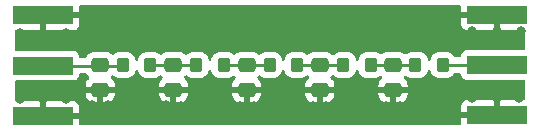
<source format=gbr>
%TF.GenerationSoftware,KiCad,Pcbnew,(6.0.10)*%
%TF.CreationDate,2023-05-07T22:18:59+03:00*%
%TF.ProjectId,Filter,46696c74-6572-42e6-9b69-6361645f7063,rev?*%
%TF.SameCoordinates,Original*%
%TF.FileFunction,Copper,L1,Top*%
%TF.FilePolarity,Positive*%
%FSLAX46Y46*%
G04 Gerber Fmt 4.6, Leading zero omitted, Abs format (unit mm)*
G04 Created by KiCad (PCBNEW (6.0.10)) date 2023-05-07 22:18:59*
%MOMM*%
%LPD*%
G01*
G04 APERTURE LIST*
G04 Aperture macros list*
%AMRoundRect*
0 Rectangle with rounded corners*
0 $1 Rounding radius*
0 $2 $3 $4 $5 $6 $7 $8 $9 X,Y pos of 4 corners*
0 Add a 4 corners polygon primitive as box body*
4,1,4,$2,$3,$4,$5,$6,$7,$8,$9,$2,$3,0*
0 Add four circle primitives for the rounded corners*
1,1,$1+$1,$2,$3*
1,1,$1+$1,$4,$5*
1,1,$1+$1,$6,$7*
1,1,$1+$1,$8,$9*
0 Add four rect primitives between the rounded corners*
20,1,$1+$1,$2,$3,$4,$5,0*
20,1,$1+$1,$4,$5,$6,$7,0*
20,1,$1+$1,$6,$7,$8,$9,0*
20,1,$1+$1,$8,$9,$2,$3,0*%
G04 Aperture macros list end*
%TA.AperFunction,SMDPad,CuDef*%
%ADD10R,5.080000X1.500000*%
%TD*%
%TA.AperFunction,SMDPad,CuDef*%
%ADD11RoundRect,0.250000X-0.475000X0.337500X-0.475000X-0.337500X0.475000X-0.337500X0.475000X0.337500X0*%
%TD*%
%TA.AperFunction,SMDPad,CuDef*%
%ADD12RoundRect,0.250000X-0.275000X-0.350000X0.275000X-0.350000X0.275000X0.350000X-0.275000X0.350000X0*%
%TD*%
%TA.AperFunction,ViaPad*%
%ADD13C,0.800000*%
%TD*%
%TA.AperFunction,Conductor*%
%ADD14C,0.293370*%
%TD*%
G04 APERTURE END LIST*
D10*
%TO.P,J1,1,In*%
%TO.N,Net-(C1-Pad1)*%
X120600000Y-104200000D03*
%TO.P,J1,2,Ext*%
%TO.N,GND*%
X120600000Y-108450000D03*
X120600000Y-99950000D03*
%TD*%
%TO.P,J2,1,In*%
%TO.N,Net-(L5-Pad2)*%
X159050000Y-104150000D03*
%TO.P,J2,2,Ext*%
%TO.N,GND*%
X159050000Y-108400000D03*
X159050000Y-99900000D03*
%TD*%
D11*
%TO.P,C4,1*%
%TO.N,Net-(C4-Pad1)*%
X144050000Y-104150000D03*
%TO.P,C4,2*%
%TO.N,GND*%
X144050000Y-106225000D03*
%TD*%
D12*
%TO.P,L1,1,1*%
%TO.N,Net-(C1-Pad1)*%
X127400000Y-104150000D03*
%TO.P,L1,2,2*%
%TO.N,Net-(L1-Pad2)*%
X129700000Y-104150000D03*
%TD*%
%TO.P,L3,1,1*%
%TO.N,Net-(C3-Pad1)*%
X139800000Y-104150000D03*
%TO.P,L3,2,2*%
%TO.N,Net-(C4-Pad1)*%
X142100000Y-104150000D03*
%TD*%
D11*
%TO.P,C1,1*%
%TO.N,Net-(C1-Pad1)*%
X125450000Y-104150000D03*
%TO.P,C1,2*%
%TO.N,GND*%
X125450000Y-106225000D03*
%TD*%
%TO.P,C5,1*%
%TO.N,Net-(C5-Pad1)*%
X150250000Y-104150000D03*
%TO.P,C5,2*%
%TO.N,GND*%
X150250000Y-106225000D03*
%TD*%
D12*
%TO.P,L4,1,1*%
%TO.N,Net-(C4-Pad1)*%
X146050000Y-104150000D03*
%TO.P,L4,2,2*%
%TO.N,Net-(C5-Pad1)*%
X148350000Y-104150000D03*
%TD*%
%TO.P,L2,1,1*%
%TO.N,Net-(L1-Pad2)*%
X133600000Y-104150000D03*
%TO.P,L2,2,2*%
%TO.N,Net-(C3-Pad1)*%
X135900000Y-104150000D03*
%TD*%
%TO.P,L5,1,1*%
%TO.N,Net-(C5-Pad1)*%
X152150000Y-104150000D03*
%TO.P,L5,2,2*%
%TO.N,Net-(L5-Pad2)*%
X154450000Y-104150000D03*
%TD*%
D11*
%TO.P,C2,1*%
%TO.N,Net-(L1-Pad2)*%
X131650000Y-104150000D03*
%TO.P,C2,2*%
%TO.N,GND*%
X131650000Y-106225000D03*
%TD*%
%TO.P,C3,1*%
%TO.N,Net-(C3-Pad1)*%
X137850000Y-104150000D03*
%TO.P,C3,2*%
%TO.N,GND*%
X137850000Y-106225000D03*
%TD*%
D13*
%TO.N,GND*%
X143450000Y-107650000D03*
X161100000Y-101300000D03*
X131050000Y-107550000D03*
X120600000Y-101450000D03*
X122550000Y-101450000D03*
X149650000Y-107650000D03*
X156950000Y-101300000D03*
X144600000Y-107650000D03*
X118650000Y-101450000D03*
X126100000Y-107550000D03*
X160950000Y-106950000D03*
X150800000Y-107650000D03*
X118650000Y-107000000D03*
X156900000Y-106950000D03*
X159050000Y-101300000D03*
X124800000Y-107550000D03*
X132300000Y-107600000D03*
X122550000Y-107000000D03*
X137250000Y-107600000D03*
X120600000Y-107000000D03*
X138450000Y-107650000D03*
X159050000Y-106950000D03*
%TD*%
D14*
%TO.N,Net-(C1-Pad1)*%
X120600000Y-104200000D02*
X127350000Y-104200000D01*
X127350000Y-104200000D02*
X127400000Y-104150000D01*
%TO.N,Net-(L1-Pad2)*%
X129700000Y-104150000D02*
X133600000Y-104150000D01*
%TO.N,Net-(C3-Pad1)*%
X135900000Y-104150000D02*
X139800000Y-104150000D01*
%TO.N,Net-(C4-Pad1)*%
X142100000Y-104150000D02*
X146050000Y-104150000D01*
%TO.N,Net-(C5-Pad1)*%
X148350000Y-104150000D02*
X152150000Y-104150000D01*
%TO.N,Net-(L5-Pad2)*%
X154450000Y-104150000D02*
X159050000Y-104150000D01*
%TD*%
%TA.AperFunction,Conductor*%
%TO.N,GND*%
G36*
X153391845Y-104562697D02*
G01*
X153423941Y-104626025D01*
X153425383Y-104636012D01*
X153427474Y-104656166D01*
X153483450Y-104823946D01*
X153576522Y-104974348D01*
X153581704Y-104979521D01*
X153604683Y-105002460D01*
X153701697Y-105099305D01*
X153707927Y-105103145D01*
X153707928Y-105103146D01*
X153845090Y-105187694D01*
X153852262Y-105192115D01*
X153866101Y-105196705D01*
X154013611Y-105245632D01*
X154013613Y-105245632D01*
X154020139Y-105247797D01*
X154026975Y-105248497D01*
X154026978Y-105248498D01*
X154070031Y-105252909D01*
X154124600Y-105258500D01*
X154775400Y-105258500D01*
X154778646Y-105258163D01*
X154778650Y-105258163D01*
X154874308Y-105248238D01*
X154874312Y-105248237D01*
X154881166Y-105247526D01*
X154887702Y-105245345D01*
X154887704Y-105245345D01*
X155033495Y-105196705D01*
X155048946Y-105191550D01*
X155199348Y-105098478D01*
X155324305Y-104973303D01*
X155328177Y-104967021D01*
X155391022Y-104865069D01*
X155443795Y-104817575D01*
X155498282Y-104805185D01*
X155875500Y-104805185D01*
X155943621Y-104825187D01*
X155990114Y-104878843D01*
X156001500Y-104931185D01*
X156001500Y-104948134D01*
X156008255Y-105010316D01*
X156059385Y-105146705D01*
X156146739Y-105263261D01*
X156263295Y-105350615D01*
X156399684Y-105401745D01*
X156461866Y-105408500D01*
X161315500Y-105408500D01*
X161383621Y-105428502D01*
X161430114Y-105482158D01*
X161441500Y-105534500D01*
X161441500Y-107016000D01*
X161421498Y-107084121D01*
X161367842Y-107130614D01*
X161315500Y-107142000D01*
X159322115Y-107142000D01*
X159306876Y-107146475D01*
X159305671Y-107147865D01*
X159304000Y-107155548D01*
X159304000Y-108528000D01*
X159283998Y-108596121D01*
X159230342Y-108642614D01*
X159178000Y-108654000D01*
X156020116Y-108654000D01*
X156004877Y-108658475D01*
X156003672Y-108659865D01*
X156002001Y-108667548D01*
X156002001Y-109115500D01*
X155981999Y-109183621D01*
X155928343Y-109230114D01*
X155876001Y-109241500D01*
X123774000Y-109241500D01*
X123705879Y-109221498D01*
X123659386Y-109167842D01*
X123648000Y-109115500D01*
X123648000Y-108722115D01*
X123643525Y-108706876D01*
X123642135Y-108705671D01*
X123634452Y-108704000D01*
X120472000Y-108704000D01*
X120403879Y-108683998D01*
X120357386Y-108630342D01*
X120346000Y-108578000D01*
X120346000Y-108177885D01*
X120854000Y-108177885D01*
X120858475Y-108193124D01*
X120859865Y-108194329D01*
X120867548Y-108196000D01*
X123629884Y-108196000D01*
X123645123Y-108191525D01*
X123646328Y-108190135D01*
X123647999Y-108182452D01*
X123647999Y-108127885D01*
X156002000Y-108127885D01*
X156006475Y-108143124D01*
X156007865Y-108144329D01*
X156015548Y-108146000D01*
X158777885Y-108146000D01*
X158793124Y-108141525D01*
X158794329Y-108140135D01*
X158796000Y-108132452D01*
X158796000Y-107160116D01*
X158791525Y-107144877D01*
X158790135Y-107143672D01*
X158782452Y-107142001D01*
X156465331Y-107142001D01*
X156458510Y-107142371D01*
X156407648Y-107147895D01*
X156392396Y-107151521D01*
X156271946Y-107196676D01*
X156256351Y-107205214D01*
X156154276Y-107281715D01*
X156141715Y-107294276D01*
X156065214Y-107396351D01*
X156056676Y-107411946D01*
X156011522Y-107532394D01*
X156007895Y-107547649D01*
X156002369Y-107598514D01*
X156002000Y-107605328D01*
X156002000Y-108127885D01*
X123647999Y-108127885D01*
X123647999Y-107655331D01*
X123647629Y-107648510D01*
X123642105Y-107597648D01*
X123638479Y-107582396D01*
X123593324Y-107461946D01*
X123584786Y-107446351D01*
X123508285Y-107344276D01*
X123495724Y-107331715D01*
X123393649Y-107255214D01*
X123378054Y-107246676D01*
X123257606Y-107201522D01*
X123242351Y-107197895D01*
X123191486Y-107192369D01*
X123184672Y-107192000D01*
X120872115Y-107192000D01*
X120856876Y-107196475D01*
X120855671Y-107197865D01*
X120854000Y-107205548D01*
X120854000Y-108177885D01*
X120346000Y-108177885D01*
X120346000Y-107210116D01*
X120341525Y-107194877D01*
X120340135Y-107193672D01*
X120332452Y-107192001D01*
X118334500Y-107192001D01*
X118266379Y-107171999D01*
X118219886Y-107118343D01*
X118208500Y-107066001D01*
X118208500Y-106609595D01*
X124217001Y-106609595D01*
X124217338Y-106616114D01*
X124227257Y-106711706D01*
X124230149Y-106725100D01*
X124281588Y-106879284D01*
X124287761Y-106892462D01*
X124373063Y-107030307D01*
X124382099Y-107041708D01*
X124496829Y-107156239D01*
X124508240Y-107165251D01*
X124646243Y-107250316D01*
X124659424Y-107256463D01*
X124813710Y-107307638D01*
X124827086Y-107310505D01*
X124921438Y-107320172D01*
X124927854Y-107320500D01*
X125177885Y-107320500D01*
X125193124Y-107316025D01*
X125194329Y-107314635D01*
X125196000Y-107306952D01*
X125196000Y-107302384D01*
X125704000Y-107302384D01*
X125708475Y-107317623D01*
X125709865Y-107318828D01*
X125717548Y-107320499D01*
X125972095Y-107320499D01*
X125978614Y-107320162D01*
X126074206Y-107310243D01*
X126087600Y-107307351D01*
X126241784Y-107255912D01*
X126254962Y-107249739D01*
X126392807Y-107164437D01*
X126404208Y-107155401D01*
X126518739Y-107040671D01*
X126527751Y-107029260D01*
X126612816Y-106891257D01*
X126618963Y-106878076D01*
X126670138Y-106723790D01*
X126673005Y-106710414D01*
X126682672Y-106616062D01*
X126683000Y-106609646D01*
X126683000Y-106609595D01*
X130417001Y-106609595D01*
X130417338Y-106616114D01*
X130427257Y-106711706D01*
X130430149Y-106725100D01*
X130481588Y-106879284D01*
X130487761Y-106892462D01*
X130573063Y-107030307D01*
X130582099Y-107041708D01*
X130696829Y-107156239D01*
X130708240Y-107165251D01*
X130846243Y-107250316D01*
X130859424Y-107256463D01*
X131013710Y-107307638D01*
X131027086Y-107310505D01*
X131121438Y-107320172D01*
X131127854Y-107320500D01*
X131377885Y-107320500D01*
X131393124Y-107316025D01*
X131394329Y-107314635D01*
X131396000Y-107306952D01*
X131396000Y-107302384D01*
X131904000Y-107302384D01*
X131908475Y-107317623D01*
X131909865Y-107318828D01*
X131917548Y-107320499D01*
X132172095Y-107320499D01*
X132178614Y-107320162D01*
X132274206Y-107310243D01*
X132287600Y-107307351D01*
X132441784Y-107255912D01*
X132454962Y-107249739D01*
X132592807Y-107164437D01*
X132604208Y-107155401D01*
X132718739Y-107040671D01*
X132727751Y-107029260D01*
X132812816Y-106891257D01*
X132818963Y-106878076D01*
X132870138Y-106723790D01*
X132873005Y-106710414D01*
X132882672Y-106616062D01*
X132883000Y-106609646D01*
X132883000Y-106609595D01*
X136617001Y-106609595D01*
X136617338Y-106616114D01*
X136627257Y-106711706D01*
X136630149Y-106725100D01*
X136681588Y-106879284D01*
X136687761Y-106892462D01*
X136773063Y-107030307D01*
X136782099Y-107041708D01*
X136896829Y-107156239D01*
X136908240Y-107165251D01*
X137046243Y-107250316D01*
X137059424Y-107256463D01*
X137213710Y-107307638D01*
X137227086Y-107310505D01*
X137321438Y-107320172D01*
X137327854Y-107320500D01*
X137577885Y-107320500D01*
X137593124Y-107316025D01*
X137594329Y-107314635D01*
X137596000Y-107306952D01*
X137596000Y-107302384D01*
X138104000Y-107302384D01*
X138108475Y-107317623D01*
X138109865Y-107318828D01*
X138117548Y-107320499D01*
X138372095Y-107320499D01*
X138378614Y-107320162D01*
X138474206Y-107310243D01*
X138487600Y-107307351D01*
X138641784Y-107255912D01*
X138654962Y-107249739D01*
X138792807Y-107164437D01*
X138804208Y-107155401D01*
X138918739Y-107040671D01*
X138927751Y-107029260D01*
X139012816Y-106891257D01*
X139018963Y-106878076D01*
X139070138Y-106723790D01*
X139073005Y-106710414D01*
X139082672Y-106616062D01*
X139083000Y-106609646D01*
X139083000Y-106609595D01*
X142817001Y-106609595D01*
X142817338Y-106616114D01*
X142827257Y-106711706D01*
X142830149Y-106725100D01*
X142881588Y-106879284D01*
X142887761Y-106892462D01*
X142973063Y-107030307D01*
X142982099Y-107041708D01*
X143096829Y-107156239D01*
X143108240Y-107165251D01*
X143246243Y-107250316D01*
X143259424Y-107256463D01*
X143413710Y-107307638D01*
X143427086Y-107310505D01*
X143521438Y-107320172D01*
X143527854Y-107320500D01*
X143777885Y-107320500D01*
X143793124Y-107316025D01*
X143794329Y-107314635D01*
X143796000Y-107306952D01*
X143796000Y-107302384D01*
X144304000Y-107302384D01*
X144308475Y-107317623D01*
X144309865Y-107318828D01*
X144317548Y-107320499D01*
X144572095Y-107320499D01*
X144578614Y-107320162D01*
X144674206Y-107310243D01*
X144687600Y-107307351D01*
X144841784Y-107255912D01*
X144854962Y-107249739D01*
X144992807Y-107164437D01*
X145004208Y-107155401D01*
X145118739Y-107040671D01*
X145127751Y-107029260D01*
X145212816Y-106891257D01*
X145218963Y-106878076D01*
X145270138Y-106723790D01*
X145273005Y-106710414D01*
X145282672Y-106616062D01*
X145283000Y-106609646D01*
X145283000Y-106609595D01*
X149017001Y-106609595D01*
X149017338Y-106616114D01*
X149027257Y-106711706D01*
X149030149Y-106725100D01*
X149081588Y-106879284D01*
X149087761Y-106892462D01*
X149173063Y-107030307D01*
X149182099Y-107041708D01*
X149296829Y-107156239D01*
X149308240Y-107165251D01*
X149446243Y-107250316D01*
X149459424Y-107256463D01*
X149613710Y-107307638D01*
X149627086Y-107310505D01*
X149721438Y-107320172D01*
X149727854Y-107320500D01*
X149977885Y-107320500D01*
X149993124Y-107316025D01*
X149994329Y-107314635D01*
X149996000Y-107306952D01*
X149996000Y-107302384D01*
X150504000Y-107302384D01*
X150508475Y-107317623D01*
X150509865Y-107318828D01*
X150517548Y-107320499D01*
X150772095Y-107320499D01*
X150778614Y-107320162D01*
X150874206Y-107310243D01*
X150887600Y-107307351D01*
X151041784Y-107255912D01*
X151054962Y-107249739D01*
X151192807Y-107164437D01*
X151204208Y-107155401D01*
X151318739Y-107040671D01*
X151327751Y-107029260D01*
X151412816Y-106891257D01*
X151418963Y-106878076D01*
X151470138Y-106723790D01*
X151473005Y-106710414D01*
X151482672Y-106616062D01*
X151483000Y-106609646D01*
X151483000Y-106497115D01*
X151478525Y-106481876D01*
X151477135Y-106480671D01*
X151469452Y-106479000D01*
X150522115Y-106479000D01*
X150506876Y-106483475D01*
X150505671Y-106484865D01*
X150504000Y-106492548D01*
X150504000Y-107302384D01*
X149996000Y-107302384D01*
X149996000Y-106497115D01*
X149991525Y-106481876D01*
X149990135Y-106480671D01*
X149982452Y-106479000D01*
X149035116Y-106479000D01*
X149019877Y-106483475D01*
X149018672Y-106484865D01*
X149017001Y-106492548D01*
X149017001Y-106609595D01*
X145283000Y-106609595D01*
X145283000Y-106497115D01*
X145278525Y-106481876D01*
X145277135Y-106480671D01*
X145269452Y-106479000D01*
X144322115Y-106479000D01*
X144306876Y-106483475D01*
X144305671Y-106484865D01*
X144304000Y-106492548D01*
X144304000Y-107302384D01*
X143796000Y-107302384D01*
X143796000Y-106497115D01*
X143791525Y-106481876D01*
X143790135Y-106480671D01*
X143782452Y-106479000D01*
X142835116Y-106479000D01*
X142819877Y-106483475D01*
X142818672Y-106484865D01*
X142817001Y-106492548D01*
X142817001Y-106609595D01*
X139083000Y-106609595D01*
X139083000Y-106497115D01*
X139078525Y-106481876D01*
X139077135Y-106480671D01*
X139069452Y-106479000D01*
X138122115Y-106479000D01*
X138106876Y-106483475D01*
X138105671Y-106484865D01*
X138104000Y-106492548D01*
X138104000Y-107302384D01*
X137596000Y-107302384D01*
X137596000Y-106497115D01*
X137591525Y-106481876D01*
X137590135Y-106480671D01*
X137582452Y-106479000D01*
X136635116Y-106479000D01*
X136619877Y-106483475D01*
X136618672Y-106484865D01*
X136617001Y-106492548D01*
X136617001Y-106609595D01*
X132883000Y-106609595D01*
X132883000Y-106497115D01*
X132878525Y-106481876D01*
X132877135Y-106480671D01*
X132869452Y-106479000D01*
X131922115Y-106479000D01*
X131906876Y-106483475D01*
X131905671Y-106484865D01*
X131904000Y-106492548D01*
X131904000Y-107302384D01*
X131396000Y-107302384D01*
X131396000Y-106497115D01*
X131391525Y-106481876D01*
X131390135Y-106480671D01*
X131382452Y-106479000D01*
X130435116Y-106479000D01*
X130419877Y-106483475D01*
X130418672Y-106484865D01*
X130417001Y-106492548D01*
X130417001Y-106609595D01*
X126683000Y-106609595D01*
X126683000Y-106497115D01*
X126678525Y-106481876D01*
X126677135Y-106480671D01*
X126669452Y-106479000D01*
X125722115Y-106479000D01*
X125706876Y-106483475D01*
X125705671Y-106484865D01*
X125704000Y-106492548D01*
X125704000Y-107302384D01*
X125196000Y-107302384D01*
X125196000Y-106497115D01*
X125191525Y-106481876D01*
X125190135Y-106480671D01*
X125182452Y-106479000D01*
X124235116Y-106479000D01*
X124219877Y-106483475D01*
X124218672Y-106484865D01*
X124217001Y-106492548D01*
X124217001Y-106609595D01*
X118208500Y-106609595D01*
X118208500Y-105584500D01*
X118228502Y-105516379D01*
X118282158Y-105469886D01*
X118334500Y-105458500D01*
X123188134Y-105458500D01*
X123250316Y-105451745D01*
X123386705Y-105400615D01*
X123503261Y-105313261D01*
X123590615Y-105196705D01*
X123641745Y-105060316D01*
X123648500Y-104998134D01*
X123648500Y-104981185D01*
X123668502Y-104913064D01*
X123722158Y-104866571D01*
X123774500Y-104855185D01*
X124240315Y-104855185D01*
X124308436Y-104875187D01*
X124347458Y-104914881D01*
X124376522Y-104961848D01*
X124501697Y-105086805D01*
X124506235Y-105089602D01*
X124546824Y-105146853D01*
X124550054Y-105217776D01*
X124514428Y-105279187D01*
X124505932Y-105286562D01*
X124495793Y-105294598D01*
X124381261Y-105409329D01*
X124372249Y-105420740D01*
X124287184Y-105558743D01*
X124281037Y-105571924D01*
X124229862Y-105726210D01*
X124226995Y-105739586D01*
X124217328Y-105833938D01*
X124217000Y-105840355D01*
X124217000Y-105952885D01*
X124221475Y-105968124D01*
X124222865Y-105969329D01*
X124230548Y-105971000D01*
X126664884Y-105971000D01*
X126680123Y-105966525D01*
X126681328Y-105965135D01*
X126682999Y-105957452D01*
X126682999Y-105840405D01*
X126682662Y-105833886D01*
X126672743Y-105738294D01*
X126669851Y-105724900D01*
X126618412Y-105570716D01*
X126612239Y-105557538D01*
X126526937Y-105419693D01*
X126517901Y-105408292D01*
X126403172Y-105293762D01*
X126394238Y-105286706D01*
X126353177Y-105228788D01*
X126349947Y-105157865D01*
X126385574Y-105096454D01*
X126393407Y-105089654D01*
X126399348Y-105085978D01*
X126404522Y-105080795D01*
X126404526Y-105080792D01*
X126429621Y-105055653D01*
X126491903Y-105021573D01*
X126562723Y-105026576D01*
X126607811Y-105055496D01*
X126620052Y-105067715D01*
X126651697Y-105099305D01*
X126657927Y-105103145D01*
X126657928Y-105103146D01*
X126795090Y-105187694D01*
X126802262Y-105192115D01*
X126816101Y-105196705D01*
X126963611Y-105245632D01*
X126963613Y-105245632D01*
X126970139Y-105247797D01*
X126976975Y-105248497D01*
X126976978Y-105248498D01*
X127020031Y-105252909D01*
X127074600Y-105258500D01*
X127725400Y-105258500D01*
X127728646Y-105258163D01*
X127728650Y-105258163D01*
X127824308Y-105248238D01*
X127824312Y-105248237D01*
X127831166Y-105247526D01*
X127837702Y-105245345D01*
X127837704Y-105245345D01*
X127983495Y-105196705D01*
X127998946Y-105191550D01*
X128149348Y-105098478D01*
X128274305Y-104973303D01*
X128278177Y-104967021D01*
X128363275Y-104828968D01*
X128363276Y-104828966D01*
X128367115Y-104822738D01*
X128422797Y-104654861D01*
X128424712Y-104636171D01*
X128451554Y-104570444D01*
X128509669Y-104529663D01*
X128580607Y-104526775D01*
X128641845Y-104562697D01*
X128673941Y-104626025D01*
X128675383Y-104636012D01*
X128677474Y-104656166D01*
X128733450Y-104823946D01*
X128826522Y-104974348D01*
X128831704Y-104979521D01*
X128854683Y-105002460D01*
X128951697Y-105099305D01*
X128957927Y-105103145D01*
X128957928Y-105103146D01*
X129095090Y-105187694D01*
X129102262Y-105192115D01*
X129116101Y-105196705D01*
X129263611Y-105245632D01*
X129263613Y-105245632D01*
X129270139Y-105247797D01*
X129276975Y-105248497D01*
X129276978Y-105248498D01*
X129320031Y-105252909D01*
X129374600Y-105258500D01*
X130025400Y-105258500D01*
X130028646Y-105258163D01*
X130028650Y-105258163D01*
X130124308Y-105248238D01*
X130124312Y-105248237D01*
X130131166Y-105247526D01*
X130137702Y-105245345D01*
X130137704Y-105245345D01*
X130283495Y-105196705D01*
X130298946Y-105191550D01*
X130449348Y-105098478D01*
X130454521Y-105093296D01*
X130454526Y-105093292D01*
X130492121Y-105055631D01*
X130554403Y-105021551D01*
X130625223Y-105026554D01*
X130670311Y-105055474D01*
X130675162Y-105060316D01*
X130701697Y-105086805D01*
X130706235Y-105089602D01*
X130746824Y-105146853D01*
X130750054Y-105217776D01*
X130714428Y-105279187D01*
X130705932Y-105286562D01*
X130695793Y-105294598D01*
X130581261Y-105409329D01*
X130572249Y-105420740D01*
X130487184Y-105558743D01*
X130481037Y-105571924D01*
X130429862Y-105726210D01*
X130426995Y-105739586D01*
X130417328Y-105833938D01*
X130417000Y-105840355D01*
X130417000Y-105952885D01*
X130421475Y-105968124D01*
X130422865Y-105969329D01*
X130430548Y-105971000D01*
X132864884Y-105971000D01*
X132880123Y-105966525D01*
X132881328Y-105965135D01*
X132882999Y-105957452D01*
X132882999Y-105840405D01*
X132882662Y-105833886D01*
X132872743Y-105738294D01*
X132869851Y-105724900D01*
X132818412Y-105570716D01*
X132812239Y-105557538D01*
X132726937Y-105419693D01*
X132717901Y-105408292D01*
X132603172Y-105293762D01*
X132594238Y-105286706D01*
X132553177Y-105228788D01*
X132549947Y-105157865D01*
X132585574Y-105096454D01*
X132593407Y-105089654D01*
X132599348Y-105085978D01*
X132604522Y-105080795D01*
X132604526Y-105080792D01*
X132629621Y-105055653D01*
X132691903Y-105021573D01*
X132762723Y-105026576D01*
X132807811Y-105055496D01*
X132820052Y-105067715D01*
X132851697Y-105099305D01*
X132857927Y-105103145D01*
X132857928Y-105103146D01*
X132995090Y-105187694D01*
X133002262Y-105192115D01*
X133016101Y-105196705D01*
X133163611Y-105245632D01*
X133163613Y-105245632D01*
X133170139Y-105247797D01*
X133176975Y-105248497D01*
X133176978Y-105248498D01*
X133220031Y-105252909D01*
X133274600Y-105258500D01*
X133925400Y-105258500D01*
X133928646Y-105258163D01*
X133928650Y-105258163D01*
X134024308Y-105248238D01*
X134024312Y-105248237D01*
X134031166Y-105247526D01*
X134037702Y-105245345D01*
X134037704Y-105245345D01*
X134183495Y-105196705D01*
X134198946Y-105191550D01*
X134349348Y-105098478D01*
X134474305Y-104973303D01*
X134478177Y-104967021D01*
X134563275Y-104828968D01*
X134563276Y-104828966D01*
X134567115Y-104822738D01*
X134622797Y-104654861D01*
X134624712Y-104636171D01*
X134651554Y-104570444D01*
X134709669Y-104529663D01*
X134780607Y-104526775D01*
X134841845Y-104562697D01*
X134873941Y-104626025D01*
X134875383Y-104636012D01*
X134877474Y-104656166D01*
X134933450Y-104823946D01*
X135026522Y-104974348D01*
X135031704Y-104979521D01*
X135054683Y-105002460D01*
X135151697Y-105099305D01*
X135157927Y-105103145D01*
X135157928Y-105103146D01*
X135295090Y-105187694D01*
X135302262Y-105192115D01*
X135316101Y-105196705D01*
X135463611Y-105245632D01*
X135463613Y-105245632D01*
X135470139Y-105247797D01*
X135476975Y-105248497D01*
X135476978Y-105248498D01*
X135520031Y-105252909D01*
X135574600Y-105258500D01*
X136225400Y-105258500D01*
X136228646Y-105258163D01*
X136228650Y-105258163D01*
X136324308Y-105248238D01*
X136324312Y-105248237D01*
X136331166Y-105247526D01*
X136337702Y-105245345D01*
X136337704Y-105245345D01*
X136483495Y-105196705D01*
X136498946Y-105191550D01*
X136649348Y-105098478D01*
X136654521Y-105093296D01*
X136654526Y-105093292D01*
X136692121Y-105055631D01*
X136754403Y-105021551D01*
X136825223Y-105026554D01*
X136870311Y-105055474D01*
X136875162Y-105060316D01*
X136901697Y-105086805D01*
X136906235Y-105089602D01*
X136946824Y-105146853D01*
X136950054Y-105217776D01*
X136914428Y-105279187D01*
X136905932Y-105286562D01*
X136895793Y-105294598D01*
X136781261Y-105409329D01*
X136772249Y-105420740D01*
X136687184Y-105558743D01*
X136681037Y-105571924D01*
X136629862Y-105726210D01*
X136626995Y-105739586D01*
X136617328Y-105833938D01*
X136617000Y-105840355D01*
X136617000Y-105952885D01*
X136621475Y-105968124D01*
X136622865Y-105969329D01*
X136630548Y-105971000D01*
X139064884Y-105971000D01*
X139080123Y-105966525D01*
X139081328Y-105965135D01*
X139082999Y-105957452D01*
X139082999Y-105840405D01*
X139082662Y-105833886D01*
X139072743Y-105738294D01*
X139069851Y-105724900D01*
X139018412Y-105570716D01*
X139012239Y-105557538D01*
X138926937Y-105419693D01*
X138917901Y-105408292D01*
X138803172Y-105293762D01*
X138794238Y-105286706D01*
X138753177Y-105228788D01*
X138749947Y-105157865D01*
X138785574Y-105096454D01*
X138793407Y-105089654D01*
X138799348Y-105085978D01*
X138804522Y-105080795D01*
X138804526Y-105080792D01*
X138829621Y-105055653D01*
X138891903Y-105021573D01*
X138962723Y-105026576D01*
X139007811Y-105055496D01*
X139020052Y-105067715D01*
X139051697Y-105099305D01*
X139057927Y-105103145D01*
X139057928Y-105103146D01*
X139195090Y-105187694D01*
X139202262Y-105192115D01*
X139216101Y-105196705D01*
X139363611Y-105245632D01*
X139363613Y-105245632D01*
X139370139Y-105247797D01*
X139376975Y-105248497D01*
X139376978Y-105248498D01*
X139420031Y-105252909D01*
X139474600Y-105258500D01*
X140125400Y-105258500D01*
X140128646Y-105258163D01*
X140128650Y-105258163D01*
X140224308Y-105248238D01*
X140224312Y-105248237D01*
X140231166Y-105247526D01*
X140237702Y-105245345D01*
X140237704Y-105245345D01*
X140383495Y-105196705D01*
X140398946Y-105191550D01*
X140549348Y-105098478D01*
X140674305Y-104973303D01*
X140678177Y-104967021D01*
X140763275Y-104828968D01*
X140763276Y-104828966D01*
X140767115Y-104822738D01*
X140822797Y-104654861D01*
X140824712Y-104636171D01*
X140851554Y-104570444D01*
X140909669Y-104529663D01*
X140980607Y-104526775D01*
X141041845Y-104562697D01*
X141073941Y-104626025D01*
X141075383Y-104636012D01*
X141077474Y-104656166D01*
X141133450Y-104823946D01*
X141226522Y-104974348D01*
X141231704Y-104979521D01*
X141254683Y-105002460D01*
X141351697Y-105099305D01*
X141357927Y-105103145D01*
X141357928Y-105103146D01*
X141495090Y-105187694D01*
X141502262Y-105192115D01*
X141516101Y-105196705D01*
X141663611Y-105245632D01*
X141663613Y-105245632D01*
X141670139Y-105247797D01*
X141676975Y-105248497D01*
X141676978Y-105248498D01*
X141720031Y-105252909D01*
X141774600Y-105258500D01*
X142425400Y-105258500D01*
X142428646Y-105258163D01*
X142428650Y-105258163D01*
X142524308Y-105248238D01*
X142524312Y-105248237D01*
X142531166Y-105247526D01*
X142537702Y-105245345D01*
X142537704Y-105245345D01*
X142683495Y-105196705D01*
X142698946Y-105191550D01*
X142849348Y-105098478D01*
X142854521Y-105093296D01*
X142854526Y-105093292D01*
X142892121Y-105055631D01*
X142954403Y-105021551D01*
X143025223Y-105026554D01*
X143070311Y-105055474D01*
X143075162Y-105060316D01*
X143101697Y-105086805D01*
X143106235Y-105089602D01*
X143146824Y-105146853D01*
X143150054Y-105217776D01*
X143114428Y-105279187D01*
X143105932Y-105286562D01*
X143095793Y-105294598D01*
X142981261Y-105409329D01*
X142972249Y-105420740D01*
X142887184Y-105558743D01*
X142881037Y-105571924D01*
X142829862Y-105726210D01*
X142826995Y-105739586D01*
X142817328Y-105833938D01*
X142817000Y-105840355D01*
X142817000Y-105952885D01*
X142821475Y-105968124D01*
X142822865Y-105969329D01*
X142830548Y-105971000D01*
X145264884Y-105971000D01*
X145280123Y-105966525D01*
X145281328Y-105965135D01*
X145282999Y-105957452D01*
X145282999Y-105840405D01*
X145282662Y-105833886D01*
X145272743Y-105738294D01*
X145269851Y-105724900D01*
X145218412Y-105570716D01*
X145212239Y-105557538D01*
X145126937Y-105419693D01*
X145117901Y-105408292D01*
X145003172Y-105293762D01*
X144994238Y-105286706D01*
X144953177Y-105228788D01*
X144949947Y-105157865D01*
X144985574Y-105096454D01*
X144993407Y-105089654D01*
X144999348Y-105085978D01*
X145033712Y-105051554D01*
X145054578Y-105030652D01*
X145116861Y-104996573D01*
X145187681Y-105001576D01*
X145232769Y-105030497D01*
X145301697Y-105099305D01*
X145307927Y-105103145D01*
X145307928Y-105103146D01*
X145445090Y-105187694D01*
X145452262Y-105192115D01*
X145466101Y-105196705D01*
X145613611Y-105245632D01*
X145613613Y-105245632D01*
X145620139Y-105247797D01*
X145626975Y-105248497D01*
X145626978Y-105248498D01*
X145670031Y-105252909D01*
X145724600Y-105258500D01*
X146375400Y-105258500D01*
X146378646Y-105258163D01*
X146378650Y-105258163D01*
X146474308Y-105248238D01*
X146474312Y-105248237D01*
X146481166Y-105247526D01*
X146487702Y-105245345D01*
X146487704Y-105245345D01*
X146633495Y-105196705D01*
X146648946Y-105191550D01*
X146799348Y-105098478D01*
X146924305Y-104973303D01*
X146928177Y-104967021D01*
X147013275Y-104828968D01*
X147013276Y-104828966D01*
X147017115Y-104822738D01*
X147072797Y-104654861D01*
X147074712Y-104636171D01*
X147101554Y-104570444D01*
X147159669Y-104529663D01*
X147230607Y-104526775D01*
X147291845Y-104562697D01*
X147323941Y-104626025D01*
X147325383Y-104636012D01*
X147327474Y-104656166D01*
X147383450Y-104823946D01*
X147476522Y-104974348D01*
X147481704Y-104979521D01*
X147504683Y-105002460D01*
X147601697Y-105099305D01*
X147607927Y-105103145D01*
X147607928Y-105103146D01*
X147745090Y-105187694D01*
X147752262Y-105192115D01*
X147766101Y-105196705D01*
X147913611Y-105245632D01*
X147913613Y-105245632D01*
X147920139Y-105247797D01*
X147926975Y-105248497D01*
X147926978Y-105248498D01*
X147970031Y-105252909D01*
X148024600Y-105258500D01*
X148675400Y-105258500D01*
X148678646Y-105258163D01*
X148678650Y-105258163D01*
X148774308Y-105248238D01*
X148774312Y-105248237D01*
X148781166Y-105247526D01*
X148787702Y-105245345D01*
X148787704Y-105245345D01*
X148933495Y-105196705D01*
X148948946Y-105191550D01*
X149099348Y-105098478D01*
X149117165Y-105080630D01*
X149179448Y-105046551D01*
X149250268Y-105051554D01*
X149290543Y-105077388D01*
X149290773Y-105077097D01*
X149293728Y-105079431D01*
X149295356Y-105080475D01*
X149301697Y-105086805D01*
X149306235Y-105089602D01*
X149346824Y-105146853D01*
X149350054Y-105217776D01*
X149314428Y-105279187D01*
X149305932Y-105286562D01*
X149295793Y-105294598D01*
X149181261Y-105409329D01*
X149172249Y-105420740D01*
X149087184Y-105558743D01*
X149081037Y-105571924D01*
X149029862Y-105726210D01*
X149026995Y-105739586D01*
X149017328Y-105833938D01*
X149017000Y-105840355D01*
X149017000Y-105952885D01*
X149021475Y-105968124D01*
X149022865Y-105969329D01*
X149030548Y-105971000D01*
X151464884Y-105971000D01*
X151480123Y-105966525D01*
X151481328Y-105965135D01*
X151482999Y-105957452D01*
X151482999Y-105840405D01*
X151482662Y-105833886D01*
X151472743Y-105738294D01*
X151469851Y-105724900D01*
X151418412Y-105570716D01*
X151412239Y-105557538D01*
X151326937Y-105419693D01*
X151317901Y-105408292D01*
X151203172Y-105293762D01*
X151194238Y-105286706D01*
X151153177Y-105228788D01*
X151149947Y-105157865D01*
X151185574Y-105096454D01*
X151193407Y-105089654D01*
X151199348Y-105085978D01*
X151204518Y-105080799D01*
X151204523Y-105080795D01*
X151204667Y-105080650D01*
X151204790Y-105080583D01*
X151210258Y-105076249D01*
X151211000Y-105077185D01*
X151266951Y-105046572D01*
X151337771Y-105051577D01*
X151382856Y-105080496D01*
X151401697Y-105099305D01*
X151407927Y-105103145D01*
X151407928Y-105103146D01*
X151545090Y-105187694D01*
X151552262Y-105192115D01*
X151566101Y-105196705D01*
X151713611Y-105245632D01*
X151713613Y-105245632D01*
X151720139Y-105247797D01*
X151726975Y-105248497D01*
X151726978Y-105248498D01*
X151770031Y-105252909D01*
X151824600Y-105258500D01*
X152475400Y-105258500D01*
X152478646Y-105258163D01*
X152478650Y-105258163D01*
X152574308Y-105248238D01*
X152574312Y-105248237D01*
X152581166Y-105247526D01*
X152587702Y-105245345D01*
X152587704Y-105245345D01*
X152733495Y-105196705D01*
X152748946Y-105191550D01*
X152899348Y-105098478D01*
X153024305Y-104973303D01*
X153028177Y-104967021D01*
X153113275Y-104828968D01*
X153113276Y-104828966D01*
X153117115Y-104822738D01*
X153172797Y-104654861D01*
X153174712Y-104636171D01*
X153201554Y-104570444D01*
X153259669Y-104529663D01*
X153330607Y-104526775D01*
X153391845Y-104562697D01*
G37*
%TD.AperFunction*%
%TA.AperFunction,Conductor*%
G36*
X155944121Y-99078502D02*
G01*
X155990614Y-99132158D01*
X156002000Y-99184500D01*
X156002000Y-99627885D01*
X156006475Y-99643124D01*
X156007865Y-99644329D01*
X156015548Y-99646000D01*
X159178000Y-99646000D01*
X159246121Y-99666002D01*
X159292614Y-99719658D01*
X159304000Y-99772000D01*
X159304000Y-101139884D01*
X159308475Y-101155123D01*
X159309865Y-101156328D01*
X159317548Y-101157999D01*
X161315500Y-101157999D01*
X161383621Y-101178001D01*
X161430114Y-101231657D01*
X161441500Y-101283999D01*
X161441500Y-102765500D01*
X161421498Y-102833621D01*
X161367842Y-102880114D01*
X161315500Y-102891500D01*
X156461866Y-102891500D01*
X156399684Y-102898255D01*
X156263295Y-102949385D01*
X156146739Y-103036739D01*
X156059385Y-103153295D01*
X156008255Y-103289684D01*
X156001500Y-103351866D01*
X156001500Y-103368815D01*
X155981498Y-103436936D01*
X155927842Y-103483429D01*
X155875500Y-103494815D01*
X155498362Y-103494815D01*
X155430241Y-103474813D01*
X155391218Y-103435118D01*
X155327332Y-103331880D01*
X155323478Y-103325652D01*
X155198303Y-103200695D01*
X155135047Y-103161703D01*
X155053968Y-103111725D01*
X155053966Y-103111724D01*
X155047738Y-103107885D01*
X154967761Y-103081358D01*
X154886389Y-103054368D01*
X154886387Y-103054368D01*
X154879861Y-103052203D01*
X154873025Y-103051503D01*
X154873022Y-103051502D01*
X154829969Y-103047091D01*
X154775400Y-103041500D01*
X154124600Y-103041500D01*
X154121354Y-103041837D01*
X154121350Y-103041837D01*
X154025692Y-103051762D01*
X154025688Y-103051763D01*
X154018834Y-103052474D01*
X154012298Y-103054655D01*
X154012296Y-103054655D01*
X153880194Y-103098728D01*
X153851054Y-103108450D01*
X153700652Y-103201522D01*
X153575695Y-103326697D01*
X153571855Y-103332927D01*
X153571854Y-103332928D01*
X153527254Y-103405283D01*
X153482885Y-103477262D01*
X153427203Y-103645139D01*
X153426503Y-103651975D01*
X153426502Y-103651978D01*
X153425288Y-103663829D01*
X153398446Y-103729556D01*
X153340331Y-103770337D01*
X153269393Y-103773225D01*
X153208155Y-103737303D01*
X153176059Y-103673975D01*
X153174617Y-103663987D01*
X153173238Y-103650693D01*
X153173237Y-103650690D01*
X153172526Y-103643834D01*
X153116550Y-103476054D01*
X153023478Y-103325652D01*
X152898303Y-103200695D01*
X152835047Y-103161703D01*
X152753968Y-103111725D01*
X152753966Y-103111724D01*
X152747738Y-103107885D01*
X152667761Y-103081358D01*
X152586389Y-103054368D01*
X152586387Y-103054368D01*
X152579861Y-103052203D01*
X152573025Y-103051503D01*
X152573022Y-103051502D01*
X152529969Y-103047091D01*
X152475400Y-103041500D01*
X151824600Y-103041500D01*
X151821354Y-103041837D01*
X151821350Y-103041837D01*
X151725692Y-103051762D01*
X151725688Y-103051763D01*
X151718834Y-103052474D01*
X151712298Y-103054655D01*
X151712296Y-103054655D01*
X151580194Y-103098728D01*
X151551054Y-103108450D01*
X151400652Y-103201522D01*
X151395479Y-103206704D01*
X151382835Y-103219370D01*
X151320552Y-103253449D01*
X151249732Y-103248446D01*
X151209459Y-103222613D01*
X151209229Y-103222904D01*
X151206276Y-103220572D01*
X151204644Y-103219525D01*
X151203483Y-103218366D01*
X151198303Y-103213195D01*
X151186413Y-103205866D01*
X151053968Y-103124225D01*
X151053966Y-103124224D01*
X151047738Y-103120385D01*
X150887254Y-103067155D01*
X150886389Y-103066868D01*
X150886387Y-103066868D01*
X150879861Y-103064703D01*
X150873025Y-103064003D01*
X150873022Y-103064002D01*
X150829969Y-103059591D01*
X150775400Y-103054000D01*
X149724600Y-103054000D01*
X149721354Y-103054337D01*
X149721350Y-103054337D01*
X149625692Y-103064262D01*
X149625688Y-103064263D01*
X149618834Y-103064974D01*
X149612298Y-103067155D01*
X149612296Y-103067155D01*
X149497120Y-103105581D01*
X149451054Y-103120950D01*
X149300652Y-103214022D01*
X149295479Y-103219204D01*
X149295333Y-103219350D01*
X149295210Y-103219417D01*
X149289742Y-103223751D01*
X149289000Y-103222815D01*
X149233049Y-103253428D01*
X149162229Y-103248423D01*
X149117145Y-103219504D01*
X149103484Y-103205867D01*
X149103483Y-103205866D01*
X149098303Y-103200695D01*
X149035047Y-103161703D01*
X148953968Y-103111725D01*
X148953966Y-103111724D01*
X148947738Y-103107885D01*
X148867761Y-103081358D01*
X148786389Y-103054368D01*
X148786387Y-103054368D01*
X148779861Y-103052203D01*
X148773025Y-103051503D01*
X148773022Y-103051502D01*
X148729969Y-103047091D01*
X148675400Y-103041500D01*
X148024600Y-103041500D01*
X148021354Y-103041837D01*
X148021350Y-103041837D01*
X147925692Y-103051762D01*
X147925688Y-103051763D01*
X147918834Y-103052474D01*
X147912298Y-103054655D01*
X147912296Y-103054655D01*
X147780194Y-103098728D01*
X147751054Y-103108450D01*
X147600652Y-103201522D01*
X147475695Y-103326697D01*
X147471855Y-103332927D01*
X147471854Y-103332928D01*
X147427254Y-103405283D01*
X147382885Y-103477262D01*
X147327203Y-103645139D01*
X147326503Y-103651975D01*
X147326502Y-103651978D01*
X147325288Y-103663829D01*
X147298446Y-103729556D01*
X147240331Y-103770337D01*
X147169393Y-103773225D01*
X147108155Y-103737303D01*
X147076059Y-103673975D01*
X147074617Y-103663987D01*
X147073238Y-103650693D01*
X147073237Y-103650690D01*
X147072526Y-103643834D01*
X147016550Y-103476054D01*
X146923478Y-103325652D01*
X146798303Y-103200695D01*
X146735047Y-103161703D01*
X146653968Y-103111725D01*
X146653966Y-103111724D01*
X146647738Y-103107885D01*
X146567761Y-103081358D01*
X146486389Y-103054368D01*
X146486387Y-103054368D01*
X146479861Y-103052203D01*
X146473025Y-103051503D01*
X146473022Y-103051502D01*
X146429969Y-103047091D01*
X146375400Y-103041500D01*
X145724600Y-103041500D01*
X145721354Y-103041837D01*
X145721350Y-103041837D01*
X145625692Y-103051762D01*
X145625688Y-103051763D01*
X145618834Y-103052474D01*
X145612298Y-103054655D01*
X145612296Y-103054655D01*
X145480194Y-103098728D01*
X145451054Y-103108450D01*
X145300652Y-103201522D01*
X145295479Y-103206704D01*
X145232922Y-103269370D01*
X145170639Y-103303449D01*
X145099819Y-103298446D01*
X145054731Y-103269525D01*
X145029667Y-103244504D01*
X144998303Y-103213195D01*
X144986413Y-103205866D01*
X144853968Y-103124225D01*
X144853966Y-103124224D01*
X144847738Y-103120385D01*
X144687254Y-103067155D01*
X144686389Y-103066868D01*
X144686387Y-103066868D01*
X144679861Y-103064703D01*
X144673025Y-103064003D01*
X144673022Y-103064002D01*
X144629969Y-103059591D01*
X144575400Y-103054000D01*
X143524600Y-103054000D01*
X143521354Y-103054337D01*
X143521350Y-103054337D01*
X143425692Y-103064262D01*
X143425688Y-103064263D01*
X143418834Y-103064974D01*
X143412298Y-103067155D01*
X143412296Y-103067155D01*
X143297120Y-103105581D01*
X143251054Y-103120950D01*
X143100652Y-103214022D01*
X143095479Y-103219204D01*
X143095474Y-103219208D01*
X143070379Y-103244347D01*
X143008097Y-103278427D01*
X142937277Y-103273424D01*
X142892189Y-103244504D01*
X142853484Y-103205867D01*
X142853483Y-103205866D01*
X142848303Y-103200695D01*
X142785047Y-103161703D01*
X142703968Y-103111725D01*
X142703966Y-103111724D01*
X142697738Y-103107885D01*
X142617761Y-103081358D01*
X142536389Y-103054368D01*
X142536387Y-103054368D01*
X142529861Y-103052203D01*
X142523025Y-103051503D01*
X142523022Y-103051502D01*
X142479969Y-103047091D01*
X142425400Y-103041500D01*
X141774600Y-103041500D01*
X141771354Y-103041837D01*
X141771350Y-103041837D01*
X141675692Y-103051762D01*
X141675688Y-103051763D01*
X141668834Y-103052474D01*
X141662298Y-103054655D01*
X141662296Y-103054655D01*
X141530194Y-103098728D01*
X141501054Y-103108450D01*
X141350652Y-103201522D01*
X141225695Y-103326697D01*
X141221855Y-103332927D01*
X141221854Y-103332928D01*
X141177254Y-103405283D01*
X141132885Y-103477262D01*
X141077203Y-103645139D01*
X141076503Y-103651975D01*
X141076502Y-103651978D01*
X141075288Y-103663829D01*
X141048446Y-103729556D01*
X140990331Y-103770337D01*
X140919393Y-103773225D01*
X140858155Y-103737303D01*
X140826059Y-103673975D01*
X140824617Y-103663987D01*
X140823238Y-103650693D01*
X140823237Y-103650690D01*
X140822526Y-103643834D01*
X140766550Y-103476054D01*
X140673478Y-103325652D01*
X140548303Y-103200695D01*
X140485047Y-103161703D01*
X140403968Y-103111725D01*
X140403966Y-103111724D01*
X140397738Y-103107885D01*
X140317761Y-103081358D01*
X140236389Y-103054368D01*
X140236387Y-103054368D01*
X140229861Y-103052203D01*
X140223025Y-103051503D01*
X140223022Y-103051502D01*
X140179969Y-103047091D01*
X140125400Y-103041500D01*
X139474600Y-103041500D01*
X139471354Y-103041837D01*
X139471350Y-103041837D01*
X139375692Y-103051762D01*
X139375688Y-103051763D01*
X139368834Y-103052474D01*
X139362298Y-103054655D01*
X139362296Y-103054655D01*
X139230194Y-103098728D01*
X139201054Y-103108450D01*
X139050652Y-103201522D01*
X139045479Y-103206704D01*
X139045474Y-103206708D01*
X139007879Y-103244369D01*
X138945597Y-103278449D01*
X138874777Y-103273446D01*
X138829689Y-103244526D01*
X138804469Y-103219350D01*
X138798303Y-103213195D01*
X138786413Y-103205866D01*
X138653968Y-103124225D01*
X138653966Y-103124224D01*
X138647738Y-103120385D01*
X138487254Y-103067155D01*
X138486389Y-103066868D01*
X138486387Y-103066868D01*
X138479861Y-103064703D01*
X138473025Y-103064003D01*
X138473022Y-103064002D01*
X138429969Y-103059591D01*
X138375400Y-103054000D01*
X137324600Y-103054000D01*
X137321354Y-103054337D01*
X137321350Y-103054337D01*
X137225692Y-103064262D01*
X137225688Y-103064263D01*
X137218834Y-103064974D01*
X137212298Y-103067155D01*
X137212296Y-103067155D01*
X137097120Y-103105581D01*
X137051054Y-103120950D01*
X136900652Y-103214022D01*
X136895479Y-103219204D01*
X136895474Y-103219208D01*
X136870379Y-103244347D01*
X136808097Y-103278427D01*
X136737277Y-103273424D01*
X136692189Y-103244504D01*
X136653484Y-103205867D01*
X136653483Y-103205866D01*
X136648303Y-103200695D01*
X136585047Y-103161703D01*
X136503968Y-103111725D01*
X136503966Y-103111724D01*
X136497738Y-103107885D01*
X136417761Y-103081358D01*
X136336389Y-103054368D01*
X136336387Y-103054368D01*
X136329861Y-103052203D01*
X136323025Y-103051503D01*
X136323022Y-103051502D01*
X136279969Y-103047091D01*
X136225400Y-103041500D01*
X135574600Y-103041500D01*
X135571354Y-103041837D01*
X135571350Y-103041837D01*
X135475692Y-103051762D01*
X135475688Y-103051763D01*
X135468834Y-103052474D01*
X135462298Y-103054655D01*
X135462296Y-103054655D01*
X135330194Y-103098728D01*
X135301054Y-103108450D01*
X135150652Y-103201522D01*
X135025695Y-103326697D01*
X135021855Y-103332927D01*
X135021854Y-103332928D01*
X134977254Y-103405283D01*
X134932885Y-103477262D01*
X134877203Y-103645139D01*
X134876503Y-103651975D01*
X134876502Y-103651978D01*
X134875288Y-103663829D01*
X134848446Y-103729556D01*
X134790331Y-103770337D01*
X134719393Y-103773225D01*
X134658155Y-103737303D01*
X134626059Y-103673975D01*
X134624617Y-103663987D01*
X134623238Y-103650693D01*
X134623237Y-103650690D01*
X134622526Y-103643834D01*
X134566550Y-103476054D01*
X134473478Y-103325652D01*
X134348303Y-103200695D01*
X134285047Y-103161703D01*
X134203968Y-103111725D01*
X134203966Y-103111724D01*
X134197738Y-103107885D01*
X134117761Y-103081358D01*
X134036389Y-103054368D01*
X134036387Y-103054368D01*
X134029861Y-103052203D01*
X134023025Y-103051503D01*
X134023022Y-103051502D01*
X133979969Y-103047091D01*
X133925400Y-103041500D01*
X133274600Y-103041500D01*
X133271354Y-103041837D01*
X133271350Y-103041837D01*
X133175692Y-103051762D01*
X133175688Y-103051763D01*
X133168834Y-103052474D01*
X133162298Y-103054655D01*
X133162296Y-103054655D01*
X133030194Y-103098728D01*
X133001054Y-103108450D01*
X132850652Y-103201522D01*
X132845479Y-103206704D01*
X132845474Y-103206708D01*
X132807879Y-103244369D01*
X132745597Y-103278449D01*
X132674777Y-103273446D01*
X132629689Y-103244526D01*
X132604469Y-103219350D01*
X132598303Y-103213195D01*
X132586413Y-103205866D01*
X132453968Y-103124225D01*
X132453966Y-103124224D01*
X132447738Y-103120385D01*
X132287254Y-103067155D01*
X132286389Y-103066868D01*
X132286387Y-103066868D01*
X132279861Y-103064703D01*
X132273025Y-103064003D01*
X132273022Y-103064002D01*
X132229969Y-103059591D01*
X132175400Y-103054000D01*
X131124600Y-103054000D01*
X131121354Y-103054337D01*
X131121350Y-103054337D01*
X131025692Y-103064262D01*
X131025688Y-103064263D01*
X131018834Y-103064974D01*
X131012298Y-103067155D01*
X131012296Y-103067155D01*
X130897120Y-103105581D01*
X130851054Y-103120950D01*
X130700652Y-103214022D01*
X130695479Y-103219204D01*
X130695474Y-103219208D01*
X130670379Y-103244347D01*
X130608097Y-103278427D01*
X130537277Y-103273424D01*
X130492189Y-103244504D01*
X130453484Y-103205867D01*
X130453483Y-103205866D01*
X130448303Y-103200695D01*
X130385047Y-103161703D01*
X130303968Y-103111725D01*
X130303966Y-103111724D01*
X130297738Y-103107885D01*
X130217761Y-103081358D01*
X130136389Y-103054368D01*
X130136387Y-103054368D01*
X130129861Y-103052203D01*
X130123025Y-103051503D01*
X130123022Y-103051502D01*
X130079969Y-103047091D01*
X130025400Y-103041500D01*
X129374600Y-103041500D01*
X129371354Y-103041837D01*
X129371350Y-103041837D01*
X129275692Y-103051762D01*
X129275688Y-103051763D01*
X129268834Y-103052474D01*
X129262298Y-103054655D01*
X129262296Y-103054655D01*
X129130194Y-103098728D01*
X129101054Y-103108450D01*
X128950652Y-103201522D01*
X128825695Y-103326697D01*
X128821855Y-103332927D01*
X128821854Y-103332928D01*
X128777254Y-103405283D01*
X128732885Y-103477262D01*
X128677203Y-103645139D01*
X128676503Y-103651975D01*
X128676502Y-103651978D01*
X128675288Y-103663829D01*
X128648446Y-103729556D01*
X128590331Y-103770337D01*
X128519393Y-103773225D01*
X128458155Y-103737303D01*
X128426059Y-103673975D01*
X128424617Y-103663987D01*
X128423238Y-103650693D01*
X128423237Y-103650690D01*
X128422526Y-103643834D01*
X128366550Y-103476054D01*
X128273478Y-103325652D01*
X128148303Y-103200695D01*
X128085047Y-103161703D01*
X128003968Y-103111725D01*
X128003966Y-103111724D01*
X127997738Y-103107885D01*
X127917761Y-103081358D01*
X127836389Y-103054368D01*
X127836387Y-103054368D01*
X127829861Y-103052203D01*
X127823025Y-103051503D01*
X127823022Y-103051502D01*
X127779969Y-103047091D01*
X127725400Y-103041500D01*
X127074600Y-103041500D01*
X127071354Y-103041837D01*
X127071350Y-103041837D01*
X126975692Y-103051762D01*
X126975688Y-103051763D01*
X126968834Y-103052474D01*
X126962298Y-103054655D01*
X126962296Y-103054655D01*
X126830194Y-103098728D01*
X126801054Y-103108450D01*
X126650652Y-103201522D01*
X126645479Y-103206704D01*
X126645474Y-103206708D01*
X126607879Y-103244369D01*
X126545597Y-103278449D01*
X126474777Y-103273446D01*
X126429689Y-103244526D01*
X126404469Y-103219350D01*
X126398303Y-103213195D01*
X126386413Y-103205866D01*
X126253968Y-103124225D01*
X126253966Y-103124224D01*
X126247738Y-103120385D01*
X126087254Y-103067155D01*
X126086389Y-103066868D01*
X126086387Y-103066868D01*
X126079861Y-103064703D01*
X126073025Y-103064003D01*
X126073022Y-103064002D01*
X126029969Y-103059591D01*
X125975400Y-103054000D01*
X124924600Y-103054000D01*
X124921354Y-103054337D01*
X124921350Y-103054337D01*
X124825692Y-103064262D01*
X124825688Y-103064263D01*
X124818834Y-103064974D01*
X124812298Y-103067155D01*
X124812296Y-103067155D01*
X124697120Y-103105581D01*
X124651054Y-103120950D01*
X124500652Y-103214022D01*
X124375695Y-103339197D01*
X124371855Y-103345427D01*
X124371854Y-103345428D01*
X124285863Y-103484931D01*
X124233091Y-103532424D01*
X124178603Y-103544815D01*
X123774500Y-103544815D01*
X123706379Y-103524813D01*
X123659886Y-103471157D01*
X123648500Y-103418815D01*
X123648500Y-103401866D01*
X123641745Y-103339684D01*
X123590615Y-103203295D01*
X123503261Y-103086739D01*
X123386705Y-102999385D01*
X123250316Y-102948255D01*
X123188134Y-102941500D01*
X118334500Y-102941500D01*
X118266379Y-102921498D01*
X118219886Y-102867842D01*
X118208500Y-102815500D01*
X118208500Y-101334000D01*
X118228502Y-101265879D01*
X118282158Y-101219386D01*
X118334500Y-101208000D01*
X120327885Y-101208000D01*
X120343124Y-101203525D01*
X120344329Y-101202135D01*
X120346000Y-101194452D01*
X120346000Y-101189884D01*
X120854000Y-101189884D01*
X120858475Y-101205123D01*
X120859865Y-101206328D01*
X120867548Y-101207999D01*
X123184669Y-101207999D01*
X123191490Y-101207629D01*
X123242352Y-101202105D01*
X123257604Y-101198479D01*
X123378054Y-101153324D01*
X123393649Y-101144786D01*
X123495724Y-101068285D01*
X123508285Y-101055724D01*
X123584786Y-100953649D01*
X123593324Y-100938054D01*
X123638478Y-100817606D01*
X123642105Y-100802351D01*
X123647631Y-100751486D01*
X123648000Y-100744668D01*
X123648000Y-100694669D01*
X156002001Y-100694669D01*
X156002371Y-100701490D01*
X156007895Y-100752352D01*
X156011521Y-100767604D01*
X156056676Y-100888054D01*
X156065214Y-100903649D01*
X156141715Y-101005724D01*
X156154276Y-101018285D01*
X156256351Y-101094786D01*
X156271946Y-101103324D01*
X156392394Y-101148478D01*
X156407649Y-101152105D01*
X156458514Y-101157631D01*
X156465328Y-101158000D01*
X158777885Y-101158000D01*
X158793124Y-101153525D01*
X158794329Y-101152135D01*
X158796000Y-101144452D01*
X158796000Y-100172115D01*
X158791525Y-100156876D01*
X158790135Y-100155671D01*
X158782452Y-100154000D01*
X156020116Y-100154000D01*
X156004877Y-100158475D01*
X156003672Y-100159865D01*
X156002001Y-100167548D01*
X156002001Y-100694669D01*
X123648000Y-100694669D01*
X123648000Y-100222115D01*
X123643525Y-100206876D01*
X123642135Y-100205671D01*
X123634452Y-100204000D01*
X120872115Y-100204000D01*
X120856876Y-100208475D01*
X120855671Y-100209865D01*
X120854000Y-100217548D01*
X120854000Y-101189884D01*
X120346000Y-101189884D01*
X120346000Y-99822000D01*
X120366002Y-99753879D01*
X120419658Y-99707386D01*
X120472000Y-99696000D01*
X123629884Y-99696000D01*
X123645123Y-99691525D01*
X123646328Y-99690135D01*
X123647999Y-99682452D01*
X123647999Y-99184500D01*
X123668001Y-99116379D01*
X123721657Y-99069886D01*
X123773999Y-99058500D01*
X155876000Y-99058500D01*
X155944121Y-99078502D01*
G37*
%TD.AperFunction*%
%TD*%
M02*

</source>
